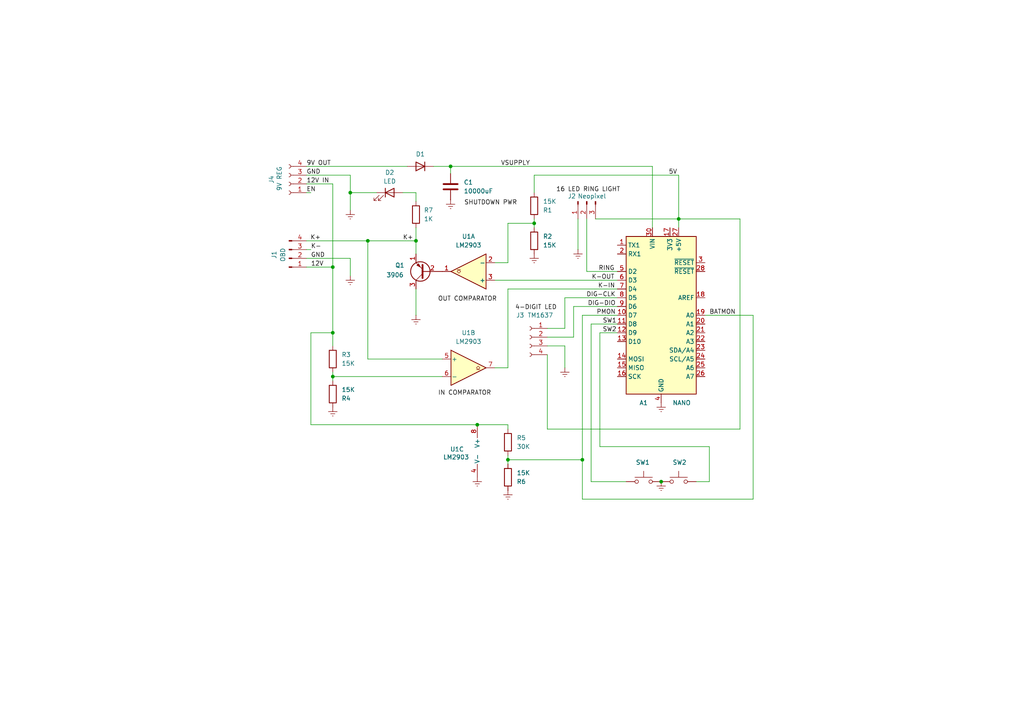
<source format=kicad_sch>
(kicad_sch (version 20231120) (generator "eeschema") (generator_version "8.0")
  (paper "A4")
  (lib_symbols
    (symbol "Comparator:LM2903" (pin_names (offset 0.127))
      (property "Reference" "U" (at 3.81 3.81 0))
      (property "Value" "LM2903" (at 6.35 -3.81 0))
      (symbol "LM2903_1_1"
        (polyline (pts (xy -5.08 5.08) (xy 5.08 0) (xy -5.08 -5.08) (xy -5.08 5.08)) (stroke (width 0.254)) (fill (type background)))
        (polyline (pts (xy 3.302 -0.508) (xy 2.794 -0.508) (xy 3.302 0) (xy 2.794 0.508) (xy 2.286 0) (xy 2.794 -0.508) (xy 2.286 -0.508)) (stroke (width 0.127)))
        (pin open_collector line (at 7.62 0 180) (length 2.54) (name "~") (number "1"))
        (pin input line (at -7.62 -2.54 0) (length 2.54) (name "-") (number "2"))
        (pin input line (at -7.62 2.54 0) (length 2.54) (name "+") (number "3"))
      )
      (symbol "LM2903_2_1"
        (polyline (pts (xy -5.08 5.08) (xy 5.08 0) (xy -5.08 -5.08) (xy -5.08 5.08)) (stroke (width 0.254)) (fill (type background)))
        (polyline (pts (xy 3.302 -0.508) (xy 2.794 -0.508) (xy 3.302 0) (xy 2.794 0.508) (xy 2.286 0) (xy 2.794 -0.508) (xy 2.286 -0.508)) (stroke (width 0.127)))
        (pin input line (at -7.62 2.54 0) (length 2.54) (name "+") (number "5"))
        (pin input line (at -7.62 -2.54 0) (length 2.54) (name "-") (number "6"))
        (pin open_collector line (at 7.62 0 180) (length 2.54) (name "~") (number "7"))
      )
      (symbol "LM2903_3_1"
        (pin power_in line (at -2.54 -7.62 90) (length 3.81) (name "V-") (number "4"))
        (pin power_in line (at -2.54 7.62 270) (length 3.81) (name "V+") (number "8"))
      )
    )
    (symbol "Connector:Conn_01x03_Pin" (pin_names (offset 1.016) hide)
      (property "Reference" "J" (at 0 5.08 0))
      (property "Value" "Conn_01x03_Pin" (at 0 -5.08 0))
      (symbol "Conn_01x03_Pin_1_1"
        (polyline (pts (xy 1.27 -2.54) (xy 0.8636 -2.54)) (stroke (width 0.1524)))
        (polyline (pts (xy 1.27 0) (xy 0.8636 0)) (stroke (width 0.1524)))
        (polyline (pts (xy 1.27 2.54) (xy 0.8636 2.54)) (stroke (width 0.1524)))
        (rectangle (start 0.8636 -2.413) (end 0 -2.667) (stroke (width 0.1524)) (fill (type outline)))
        (rectangle (start 0.8636 0.127) (end 0 -0.127) (stroke (width 0.1524)) (fill (type outline)))
        (rectangle (start 0.8636 2.667) (end 0 2.413) (stroke (width 0.1524)) (fill (type outline)))
        (pin passive line (at 5.08 2.54 180) (length 3.81) (name "Pin_1") (number "1"))
        (pin passive line (at 5.08 0 180) (length 3.81) (name "Pin_2") (number "2"))
        (pin passive line (at 5.08 -2.54 180) (length 3.81) (name "Pin_3") (number "3"))
      )
    )
    (symbol "Connector:Conn_01x04_Pin" (pin_names (offset 1.016) hide)
      (property "Reference" "J" (at 0 5.08 0))
      (property "Value" "Conn_01x04_Pin" (at 0 -7.62 0))
      (symbol "Conn_01x04_Pin_1_1"
        (polyline (pts (xy 1.27 -5.08) (xy 0.8636 -5.08)) (stroke (width 0.1524)))
        (polyline (pts (xy 1.27 -2.54) (xy 0.8636 -2.54)) (stroke (width 0.1524)))
        (polyline (pts (xy 1.27 0) (xy 0.8636 0)) (stroke (width 0.1524)))
        (polyline (pts (xy 1.27 2.54) (xy 0.8636 2.54)) (stroke (width 0.1524)))
        (rectangle (start 0.8636 -4.953) (end 0 -5.207) (stroke (width 0.1524)) (fill (type outline)))
        (rectangle (start 0.8636 -2.413) (end 0 -2.667) (stroke (width 0.1524)) (fill (type outline)))
        (rectangle (start 0.8636 0.127) (end 0 -0.127) (stroke (width 0.1524)) (fill (type outline)))
        (rectangle (start 0.8636 2.667) (end 0 2.413) (stroke (width 0.1524)) (fill (type outline)))
        (pin passive line (at 5.08 2.54 180) (length 3.81) (name "Pin_1") (number "1"))
        (pin passive line (at 5.08 0 180) (length 3.81) (name "Pin_2") (number "2"))
        (pin passive line (at 5.08 -2.54 180) (length 3.81) (name "Pin_3") (number "3"))
        (pin passive line (at 5.08 -5.08 180) (length 3.81) (name "Pin_4") (number "4"))
      )
    )
    (symbol "Connector:Conn_01x04_Socket" (pin_names (offset 1.016) hide)
      (property "Reference" "J" (at 0 5.08 0))
      (property "Value" "Conn_01x04_Socket" (at 0 -7.62 0))
      (symbol "Conn_01x04_Socket_1_1"
        (arc (start 0 -4.572) (mid -0.5058 -5.08) (end 0 -5.588) (stroke (width 0.1524)))
        (arc (start 0 -2.032) (mid -0.5058 -2.54) (end 0 -3.048) (stroke (width 0.1524)))
        (polyline (pts (xy -1.27 -5.08) (xy -0.508 -5.08)) (stroke (width 0.1524)))
        (polyline (pts (xy -1.27 -2.54) (xy -0.508 -2.54)) (stroke (width 0.1524)))
        (polyline (pts (xy -1.27 0) (xy -0.508 0)) (stroke (width 0.1524)))
        (polyline (pts (xy -1.27 2.54) (xy -0.508 2.54)) (stroke (width 0.1524)))
        (arc (start 0 0.508) (mid -0.5058 0) (end 0 -0.508) (stroke (width 0.1524)))
        (arc (start 0 3.048) (mid -0.5058 2.54) (end 0 2.032) (stroke (width 0.1524)))
        (pin passive line (at -5.08 2.54 0) (length 3.81) (name "Pin_1") (number "1"))
        (pin passive line (at -5.08 0 0) (length 3.81) (name "Pin_2") (number "2"))
        (pin passive line (at -5.08 -2.54 0) (length 3.81) (name "Pin_3") (number "3"))
        (pin passive line (at -5.08 -5.08 0) (length 3.81) (name "Pin_4") (number "4"))
      )
    )
    (symbol "Device:C" (pin_numbers hide) (pin_names (offset 0.254))
      (property "Reference" "C" (at 0.635 2.54 0))
      (property "Value" "C" (at 0.635 -2.54 0))
      (symbol "C_0_1"
        (polyline (pts (xy -2.032 -0.762) (xy 2.032 -0.762)) (stroke (width 0.508)))
        (polyline (pts (xy -2.032 0.762) (xy 2.032 0.762)) (stroke (width 0.508)))
      )
      (symbol "C_1_1"
        (pin passive line (at 0 3.81 270) (length 2.794) (name "~") (number "1"))
        (pin passive line (at 0 -3.81 90) (length 2.794) (name "~") (number "2"))
      )
    )
    (symbol "Device:D" (pin_numbers hide) (pin_names (offset 1.016) hide)
      (property "Reference" "D" (at 0 2.54 0))
      (property "Value" "D" (at 0 -2.54 0))
      (symbol "D_0_1"
        (polyline (pts (xy -1.27 1.27) (xy -1.27 -1.27)) (stroke (width 0.254)))
        (polyline (pts (xy 1.27 0) (xy -1.27 0)))
        (polyline (pts (xy 1.27 1.27) (xy 1.27 -1.27) (xy -1.27 0) (xy 1.27 1.27)) (stroke (width 0.254)))
      )
      (symbol "D_1_1"
        (pin passive line (at -3.81 0 0) (length 2.54) (name "K") (number "1"))
        (pin passive line (at 3.81 0 180) (length 2.54) (name "A") (number "2"))
      )
    )
    (symbol "Device:LED" (pin_numbers hide) (pin_names (offset 1.016) hide)
      (property "Reference" "D" (at 0 2.54 0))
      (property "Value" "LED" (at 0 -2.54 0))
      (symbol "LED_0_1"
        (polyline (pts (xy -1.27 -1.27) (xy -1.27 1.27)) (stroke (width 0.254)))
        (polyline (pts (xy -1.27 0) (xy 1.27 0)))
        (polyline (pts (xy 1.27 -1.27) (xy 1.27 1.27) (xy -1.27 0) (xy 1.27 -1.27)) (stroke (width 0.254)))
        (polyline (pts (xy -3.048 -0.762) (xy -4.572 -2.286) (xy -3.81 -2.286) (xy -4.572 -2.286) (xy -4.572 -1.524)))
        (polyline (pts (xy -1.778 -0.762) (xy -3.302 -2.286) (xy -2.54 -2.286) (xy -3.302 -2.286) (xy -3.302 -1.524)))
      )
      (symbol "LED_1_1"
        (pin passive line (at -3.81 0 0) (length 2.54) (name "K") (number "1"))
        (pin passive line (at 3.81 0 180) (length 2.54) (name "A") (number "2"))
      )
    )
    (symbol "Device:R" (pin_numbers hide) (pin_names (offset 0))
      (property "Reference" "R" (at 2.032 0 90))
      (property "Value" "R" (at 0 0 90))
      (symbol "R_0_1"
        (rectangle (start -1.016 -2.54) (end 1.016 2.54) (stroke (width 0.254)))
      )
      (symbol "R_1_1"
        (pin passive line (at 0 3.81 270) (length 1.27) (name "~") (number "1"))
        (pin passive line (at 0 -3.81 90) (length 1.27) (name "~") (number "2"))
      )
    )
    (symbol "MCU_Module:Arduino_Nano_Every"
      (property "Reference" "A" (at -10.16 23.495 0))
      (property "Value" "Arduino_Nano_Every" (at 5.08 -24.13 0))
      (symbol "Arduino_Nano_Every_0_1"
        (rectangle (start -10.16 22.86) (end 10.16 -22.86) (stroke (width 0.254)) (fill (type background)))
      )
      (symbol "Arduino_Nano_Every_1_1"
        (pin bidirectional line (at -12.7 20.32 0) (length 2.54) (name "TX1") (number "1"))
        (pin bidirectional line (at -12.7 0 0) (length 2.54) (name "D7") (number "10"))
        (pin bidirectional line (at -12.7 -2.54 0) (length 2.54) (name "D8") (number "11"))
        (pin bidirectional line (at -12.7 -5.08 0) (length 2.54) (name "D9") (number "12"))
        (pin bidirectional line (at -12.7 -7.62 0) (length 2.54) (name "D10") (number "13"))
        (pin bidirectional line (at -12.7 -12.7 0) (length 2.54) (name "MOSI") (number "14"))
        (pin bidirectional line (at -12.7 -15.24 0) (length 2.54) (name "MISO") (number "15"))
        (pin bidirectional line (at -12.7 -17.78 0) (length 2.54) (name "SCK") (number "16"))
        (pin power_out line (at 2.54 25.4 270) (length 2.54) (name "3V3") (number "17"))
        (pin input line (at 12.7 5.08 180) (length 2.54) (name "AREF") (number "18"))
        (pin bidirectional line (at 12.7 0 180) (length 2.54) (name "A0") (number "19"))
        (pin bidirectional line (at -12.7 17.78 0) (length 2.54) (name "RX1") (number "2"))
        (pin bidirectional line (at 12.7 -2.54 180) (length 2.54) (name "A1") (number "20"))
        (pin bidirectional line (at 12.7 -5.08 180) (length 2.54) (name "A2") (number "21"))
        (pin bidirectional line (at 12.7 -7.62 180) (length 2.54) (name "A3") (number "22"))
        (pin bidirectional line (at 12.7 -10.16 180) (length 2.54) (name "SDA/A4") (number "23"))
        (pin bidirectional line (at 12.7 -12.7 180) (length 2.54) (name "SCL/A5") (number "24"))
        (pin bidirectional line (at 12.7 -15.24 180) (length 2.54) (name "A6") (number "25"))
        (pin bidirectional line (at 12.7 -17.78 180) (length 2.54) (name "A7") (number "26"))
        (pin power_out line (at 5.08 25.4 270) (length 2.54) (name "+5V") (number "27"))
        (pin input line (at 12.7 12.7 180) (length 2.54) (name "~{RESET}") (number "28"))
        (pin passive line (at 0 -25.4 90) (length 2.54) hide (name "GND") (number "29"))
        (pin input line (at 12.7 15.24 180) (length 2.54) (name "~{RESET}") (number "3"))
        (pin power_in line (at -2.54 25.4 270) (length 2.54) (name "VIN") (number "30"))
        (pin power_in line (at 0 -25.4 90) (length 2.54) (name "GND") (number "4"))
        (pin bidirectional line (at -12.7 12.7 0) (length 2.54) (name "D2") (number "5"))
        (pin bidirectional line (at -12.7 10.16 0) (length 2.54) (name "D3") (number "6"))
        (pin bidirectional line (at -12.7 7.62 0) (length 2.54) (name "D4") (number "7"))
        (pin bidirectional line (at -12.7 5.08 0) (length 2.54) (name "D5") (number "8"))
        (pin bidirectional line (at -12.7 2.54 0) (length 2.54) (name "D6") (number "9"))
      )
    )
    (symbol "Switch:SW_Push" (pin_numbers hide) (pin_names (offset 1.016) hide)
      (property "Reference" "SW" (at 1.27 2.54 0))
      (property "Value" "SW_Push" (at 0 -1.524 0))
      (symbol "SW_Push_0_1"
        (circle (center -2.032 0) (radius 0.508))
        (polyline (pts (xy 0 1.27) (xy 0 3.048)))
        (polyline (pts (xy 2.54 1.27) (xy -2.54 1.27)))
        (circle (center 2.032 0) (radius 0.508))
        (pin passive line (at -5.08 0 0) (length 2.54) (name "1") (number "1"))
        (pin passive line (at 5.08 0 180) (length 2.54) (name "2") (number "2"))
      )
    )
    (symbol "Transistor_BJT:2N3906" (pin_names (offset 0) hide)
      (property "Reference" "Q" (at 5.08 1.905 0))
      (property "Value" "2N3906" (at 5.08 0 0))
      (symbol "2N3906_0_1"
        (polyline (pts (xy 0.635 0.635) (xy 2.54 2.54)))
        (polyline (pts (xy 0.635 -0.635) (xy 2.54 -2.54) (xy 2.54 -2.54)))
        (polyline (pts (xy 0.635 1.905) (xy 0.635 -1.905) (xy 0.635 -1.905)) (stroke (width 0.508)))
        (polyline (pts (xy 2.286 -1.778) (xy 1.778 -2.286) (xy 1.27 -1.27) (xy 2.286 -1.778) (xy 2.286 -1.778)) (fill (type outline)))
        (circle (center 1.27 0) (radius 2.8194) (stroke (width 0.254)))
      )
      (symbol "2N3906_1_1"
        (pin passive line (at 2.54 -5.08 90) (length 2.54) (name "E") (number "1"))
        (pin input line (at -5.08 0 0) (length 5.715) (name "B") (number "2"))
        (pin passive line (at 2.54 5.08 270) (length 2.54) (name "C") (number "3"))
      )
    )
    (symbol "power:GNDREF" (power) (pin_numbers hide) (pin_names (offset 0) hide)
      (property "Value" "GNDREF" (at 0 -3.81 0))
      (symbol "GNDREF_0_1"
        (polyline (pts (xy -0.635 -1.905) (xy 0.635 -1.905)))
        (polyline (pts (xy -0.127 -2.54) (xy 0.127 -2.54)))
        (polyline (pts (xy 0 -1.27) (xy 0 0)))
        (polyline (pts (xy 1.27 -1.27) (xy -1.27 -1.27)))
      )
      (symbol "GNDREF_1_1"
        (pin power_in line (at 0 0 270) (length 0) (name "~") (number "1"))
      )
    )
  )
  (junction (at 130.686 48.26))
  (junction (at 96.52 109.22))
  (junction (at 196.85 63.5))
  (junction (at 168.91 133.35))
  (junction (at 147.32 133.35))
  (junction (at 106.68 69.85))
  (junction (at 154.94 64.77))
  (junction (at 101.6 55.88))
  (junction (at 138.43 123.19))
  (junction (at 96.52 77.47))
  (junction (at 120.65 69.85))
  (junction (at 191.77 139.7))
  (junction (at 96.52 96.52))
  (wire (pts (xy 154.94 63.5) (xy 154.94 64.77)))
  (wire (pts (xy 196.85 63.5) (xy 196.85 50.8)))
  (wire (pts (xy 168.91 91.44) (xy 179.07 91.44)))
  (wire (pts (xy 138.43 123.19) (xy 147.32 123.19)))
  (wire (pts (xy 168.91 144.78) (xy 218.44 144.78)))
  (wire (pts (xy 88.9 74.93) (xy 101.6 74.93)))
  (wire (pts (xy 120.65 69.85) (xy 120.65 73.66)))
  (wire (pts (xy 125.73 48.26) (xy 130.686 48.26)))
  (wire (pts (xy 214.63 63.5) (xy 214.63 124.46)))
  (wire (pts (xy 163.83 86.36) (xy 179.07 86.36)))
  (wire (pts (xy 168.91 133.35) (xy 147.32 133.35)))
  (wire (pts (xy 154.94 66.04) (xy 154.94 64.77)))
  (wire (pts (xy 147.32 106.68) (xy 147.32 83.82)))
  (wire (pts (xy 88.9 77.47) (xy 96.52 77.47)))
  (wire (pts (xy 189.23 66.04) (xy 189.23 48.26)))
  (wire (pts (xy 196.85 50.8) (xy 154.94 50.8)))
  (wire (pts (xy 166.37 88.9) (xy 179.07 88.9)))
  (wire (pts (xy 147.32 83.82) (xy 179.07 83.82)))
  (wire (pts (xy 147.32 64.77) (xy 147.32 76.2)))
  (wire (pts (xy 96.52 96.52) (xy 96.52 100.33)))
  (wire (pts (xy 218.44 144.78) (xy 218.44 91.44)))
  (wire (pts (xy 116.84 55.88) (xy 120.65 55.88)))
  (wire (pts (xy 205.74 129.54) (xy 205.74 139.7)))
  (wire (pts (xy 168.91 133.35) (xy 168.91 144.78)))
  (wire (pts (xy 120.65 55.88) (xy 120.65 58.42)))
  (wire (pts (xy 90.17 123.19) (xy 138.43 123.19)))
  (wire (pts (xy 173.99 129.54) (xy 205.74 129.54)))
  (wire (pts (xy 158.75 95.25) (xy 163.83 95.25)))
  (wire (pts (xy 106.68 69.85) (xy 120.65 69.85)))
  (wire (pts (xy 196.85 63.5) (xy 196.85 66.04)))
  (wire (pts (xy 170.18 63.5) (xy 170.18 78.74)))
  (wire (pts (xy 163.83 100.33) (xy 163.83 106.68)))
  (wire (pts (xy 179.07 93.98) (xy 171.45 93.98)))
  (wire (pts (xy 106.68 69.85) (xy 106.68 104.14)))
  (wire (pts (xy 96.52 77.47) (xy 96.52 96.52)))
  (wire (pts (xy 128.27 104.14) (xy 106.68 104.14)))
  (wire (pts (xy 172.72 63.5) (xy 196.85 63.5)))
  (wire (pts (xy 158.75 102.87) (xy 158.75 124.46)))
  (wire (pts (xy 96.52 53.34) (xy 96.52 77.47)))
  (wire (pts (xy 96.52 110.49) (xy 96.52 109.22)))
  (wire (pts (xy 90.17 96.52) (xy 90.17 123.19)))
  (wire (pts (xy 101.6 55.88) (xy 101.6 60.96)))
  (wire (pts (xy 143.51 76.2) (xy 147.32 76.2)))
  (wire (pts (xy 147.32 134.62) (xy 147.32 133.35)))
  (wire (pts (xy 168.91 91.44) (xy 168.91 133.35)))
  (wire (pts (xy 130.686 50.3414) (xy 130.686 48.26)))
  (wire (pts (xy 88.9 72.39) (xy 90.17 72.39)))
  (wire (pts (xy 163.83 86.36) (xy 163.83 95.25)))
  (wire (pts (xy 101.6 50.8) (xy 101.6 55.88)))
  (wire (pts (xy 143.51 81.28) (xy 179.07 81.28)))
  (wire (pts (xy 88.9 48.26) (xy 118.11 48.26)))
  (wire (pts (xy 147.32 132.08) (xy 147.32 133.35)))
  (wire (pts (xy 88.9 69.85) (xy 106.68 69.85)))
  (wire (pts (xy 158.75 100.33) (xy 163.83 100.33)))
  (wire (pts (xy 173.99 96.52) (xy 179.07 96.52)))
  (wire (pts (xy 88.9 50.8) (xy 101.6 50.8)))
  (wire (pts (xy 120.65 83.82) (xy 120.65 91.44)))
  (wire (pts (xy 166.37 88.9) (xy 166.37 97.79)))
  (wire (pts (xy 88.9 53.34) (xy 96.52 53.34)))
  (wire (pts (xy 143.51 106.68) (xy 147.32 106.68)))
  (wire (pts (xy 101.6 55.88) (xy 109.22 55.88)))
  (wire (pts (xy 201.93 139.7) (xy 205.74 139.7)))
  (wire (pts (xy 96.52 107.95) (xy 96.52 109.22)))
  (wire (pts (xy 101.6 74.93) (xy 101.6 80.01)))
  (wire (pts (xy 147.32 123.19) (xy 147.32 124.46)))
  (wire (pts (xy 173.99 96.52) (xy 173.99 129.54)))
  (wire (pts (xy 147.32 64.77) (xy 154.94 64.77)))
  (wire (pts (xy 171.45 139.7) (xy 181.61 139.7)))
  (wire (pts (xy 214.63 124.46) (xy 158.75 124.46)))
  (wire (pts (xy 196.85 63.5) (xy 214.63 63.5)))
  (wire (pts (xy 154.94 50.8) (xy 154.94 55.88)))
  (wire (pts (xy 88.9 55.88) (xy 90.17 55.88)))
  (wire (pts (xy 120.65 66.04) (xy 120.65 69.85)))
  (wire (pts (xy 167.64 63.5) (xy 167.64 72.39)))
  (wire (pts (xy 204.47 91.44) (xy 218.44 91.44)))
  (wire (pts (xy 90.17 96.52) (xy 96.52 96.52)))
  (wire (pts (xy 179.07 78.74) (xy 170.18 78.74)))
  (wire (pts (xy 171.45 93.98) (xy 171.45 139.7)))
  (wire (pts (xy 158.75 97.79) (xy 166.37 97.79)))
  (wire (pts (xy 130.686 48.26) (xy 189.23 48.26)))
  (wire (pts (xy 96.52 109.22) (xy 128.27 109.22)))
  (label "K-IN" (at 173.4336 83.82 0))
  (label "PMON" (at 173.0061 91.44 0))
  (label "SW2" (at 174.7726 96.52 0))
  (label "K+" (at 116.84 69.85 0))
  (label "SW1" (at 174.7893 93.98 0))
  (label "16 LED RING LIGHT" (at 161.29 55.88 0))
  (label "DIG-CLK" (at 170.0569 86.36 0))
  (label "K+" (at 90.0171 69.85 0))
  (label "IN COMPARATOR" (at 127.0454 114.8959 0))
  (label "GND" (at 88.9 50.8 0))
  (label "5V" (at 193.9364 50.8 0))
  (label "SHUTDOWN PWR" (at 134.62 59.69 0))
  (label "9V OUT" (at 88.9 48.26 0))
  (label "12V" (at 90.17 77.47 0))
  (label "12V IN" (at 88.9 53.34 0))
  (label "GND" (at 90.17 74.93 0))
  (label "OUT COMPARATOR" (at 127 87.63 0))
  (label "BATMON" (at 205.74 91.44 0))
  (label "VSUPPLY" (at 145.2609 48.26 0))
  (label "4-DIGIT LED" (at 149.3953 90.0791 0))
  (label "K-" (at 90.17 72.39 0))
  (label "RING" (at 173.5867 78.74 0))
  (label "K-OUT" (at 171.5886 81.28 0))
  (label "EN" (at 88.9 55.88 0))
  (label "DIG-DIO" (at 170.4491 88.9 0))
  (symbol (lib_id "power:GNDREF") (at 101.6 80.01 0) (unit 1)
    (property "Reference" "#PWR04" (effects (hide yes)))
    (property "Value" "GNDREF" (effects (hide yes)))
    (property "Description" "Power symbol creates a global label with name \"GNDREF\" , reference supply ground" (effects (hide yes)))
  )
  (symbol (lib_id "Device:LED") (at 113.03 55.88 0) (unit 1)
    (property "Reference" "D2" (at 113.03 50.038 0))
    (property "Value" "LED" (at 113.03 52.578 0))
    (property "Footprint" "LED_THT:LED_D3.0mm" (effects (hide yes)))
  )
  (symbol (lib_id "MCU_Module:Arduino_Nano_Every") (at 191.77 91.44 0) (unit 1)
    (property "Reference" "A1" (at 185.42 116.84 0) (effects (justify left)))
    (property "Value" "NANO" (at 195.072 116.84 0) (effects (justify left)))
    (property "Footprint" "Module:Arduino_Nano" (effects (hide yes)))
  )
  (symbol (lib_id "power:GNDREF") (at 163.83 106.68 0) (unit 1)
    (property "Reference" "#PWR06" (effects (hide yes)))
    (property "Value" "GNDREF" (effects (hide yes)))
    (property "Description" "Power symbol creates a global label with name \"GNDREF\" , reference supply ground" (effects (hide yes)))
  )
  (symbol (lib_id "Comparator:LM2903") (at 135.89 78.74 180) (unit 1)
    (property "Reference" "U1" (at 135.89 68.58 0))
    (property "Value" "LM2903" (at 135.89 71.12 0))
    (property "Footprint" "Package_DIP:DIP-8_W7.62mm_Socket_LongPads" (effects (hide yes)))
  )
  (symbol (lib_id "Transistor_BJT:2N3906") (at 123.19 78.74 180) (unit 1)
    (property "Reference" "Q1" (at 117.348 76.962 0) (effects (justify left)))
    (property "Value" "3906" (at 117.094 79.7561 0) (effects (justify left)))
    (property "Footprint" "Package_TO_SOT_THT:TO-92" (effects (hide yes)))
  )
  (symbol (lib_id "power:GNDREF") (at 154.94 73.66 0) (unit 1)
    (property "Reference" "#PWR01" (effects (hide yes)))
    (property "Value" "GNDREF" (effects (hide yes)))
    (property "Description" "Power symbol creates a global label with name \"GNDREF\" , reference supply ground" (effects (hide yes)))
  )
  (symbol (lib_id "power:GNDREF") (at 138.43 138.43 0) (unit 1)
    (property "Reference" "#PWR010" (effects (hide yes)))
    (property "Value" "GNDREF" (effects (hide yes)))
    (property "Description" "Power symbol creates a global label with name \"GNDREF\" , reference supply ground" (effects (hide yes)))
  )
  (symbol (lib_id "Connector:Conn_01x04_Socket") (at 83.82 53.34 180) (unit 1)
    (property "Reference" "J4" (at 78.74 52.07 90))
    (property "Value" "9V REG" (at 81.026 51.816 90))
    (property "Footprint" "Connector_PinHeader_2.54mm:PinHeader_1x04_P2.54mm_Vertical" (effects (hide yes)))
  )
  (symbol (lib_id "power:GNDREF") (at 191.77 116.84 0) (unit 1)
    (property "Reference" "#PWR07" (effects (hide yes)))
    (property "Value" "GNDREF" (effects (hide yes)))
    (property "Description" "Power symbol creates a global label with name \"GNDREF\" , reference supply ground" (effects (hide yes)))
  )
  (symbol (lib_id "Device:R") (at 120.65 62.23 180) (unit 1)
    (property "Reference" "R7" (at 122.936 60.96 0) (effects (justify right)))
    (property "Value" "1K" (at 122.936 63.5 0) (effects (justify right)))
    (property "Footprint" "Resistor_THT:R_Axial_DIN0204_L3.6mm_D1.6mm_P7.62mm_Horizontal" (effects (hide yes)))
  )
  (symbol (lib_id "Connector:Conn_01x03_Pin") (at 170.18 58.42 90) (mirror x) (unit 1)
    (property "Reference" "J2" (at 165.862 56.896 90))
    (property "Value" "Neopixel" (at 171.704 56.896 90))
    (property "Footprint" "Connector_PinHeader_2.54mm:PinHeader_1x03_P2.54mm_Vertical" (effects (hide yes)))
  )
  (symbol (lib_id "Device:C") (at 130.686 54.1514 0) (unit 1)
    (property "Reference" "C1" (at 134.496 52.8813 0) (effects (justify left)))
    (property "Value" "10000uF" (at 134.496 55.4213 0) (effects (justify left)))
    (property "Footprint" "Capacitor_THT:CP_Radial_D8.0mm_P5.00mm" (effects (hide yes)))
  )
  (symbol (lib_id "power:GNDREF") (at 167.64 72.39 0) (unit 1)
    (property "Reference" "#PWR05" (effects (hide yes)))
    (property "Value" "GNDREF" (effects (hide yes)))
    (property "Description" "Power symbol creates a global label with name \"GNDREF\" , reference supply ground" (effects (hide yes)))
  )
  (symbol (lib_id "Device:R") (at 147.32 138.43 0) (mirror x) (unit 1)
    (property "Reference" "R6" (at 149.86 139.7001 0) (effects (justify left)))
    (property "Value" "15K" (at 149.86 137.1601 0) (effects (justify left)))
    (property "Footprint" "Resistor_THT:R_Axial_DIN0204_L3.6mm_D1.6mm_P7.62mm_Horizontal" (effects (hide yes)))
  )
  (symbol (lib_id "power:GNDREF") (at 191.77 139.7 0) (unit 1)
    (property "Reference" "#PWR09" (effects (hide yes)))
    (property "Value" "GNDREF" (effects (hide yes)))
    (property "Description" "Power symbol creates a global label with name \"GNDREF\" , reference supply ground" (effects (hide yes)))
  )
  (symbol (lib_id "power:GNDREF") (at 130.686 57.9614 0) (unit 1)
    (property "Reference" "#PWR012" (effects (hide yes)))
    (property "Value" "GNDREF" (effects (hide yes)))
    (property "Description" "Power symbol creates a global label with name \"GNDREF\" , reference supply ground" (effects (hide yes)))
  )
  (symbol (lib_id "Switch:SW_Push") (at 196.85 139.7 0) (unit 1)
    (property "Reference" "SW2" (at 197.104 134.112 0))
    (property "Value" "SW2" (effects (hide yes)))
    (property "Footprint" "Button_Switch_THT:SW_PUSH_6mm_H8.5mm" (effects (hide yes)))
  )
  (symbol (lib_id "Device:R") (at 154.94 69.85 0) (unit 1)
    (property "Reference" "R2" (at 157.48 68.5799 0) (effects (justify left)))
    (property "Value" "15K" (at 157.48 71.1199 0) (effects (justify left)))
    (property "Footprint" "Resistor_THT:R_Axial_DIN0204_L3.6mm_D1.6mm_P7.62mm_Horizontal" (effects (hide yes)))
  )
  (symbol (lib_id "Device:R") (at 147.32 128.27 0) (unit 1)
    (property "Reference" "R5" (at 149.86 126.9999 0) (effects (justify left)))
    (property "Value" "30K" (at 149.86 129.5399 0) (effects (justify left)))
    (property "Footprint" "Resistor_THT:R_Axial_DIN0204_L3.6mm_D1.6mm_P7.62mm_Horizontal" (effects (hide yes)))
  )
  (symbol (lib_id "power:GNDREF") (at 120.65 91.44 0) (unit 1)
    (property "Reference" "#PWR03" (effects (hide yes)))
    (property "Value" "GNDREF" (effects (hide yes)))
    (property "Description" "Power symbol creates a global label with name \"GNDREF\" , reference supply ground" (effects (hide yes)))
  )
  (symbol (lib_id "power:GNDREF") (at 101.6 60.96 0) (unit 1)
    (property "Reference" "#PWR011" (effects (hide yes)))
    (property "Value" "GNDREF" (effects (hide yes)))
    (property "Description" "Power symbol creates a global label with name \"GNDREF\" , reference supply ground" (effects (hide yes)))
  )
  (symbol (lib_id "Device:D") (at 121.92 48.26 180) (unit 1)
    (property "Reference" "D1" (at 121.92 44.704 0))
    (property "Value" "Diode" (effects (hide yes)))
    (property "Footprint" "Diode_THT:D_DO-35_SOD27_P12.70mm_Horizontal" (effects (hide yes)))
    (property "Sim.Pins" "1=K 2=A" (effects (hide yes)))
  )
  (symbol (lib_id "Device:R") (at 96.52 114.3 0) (mirror x) (unit 1)
    (property "Reference" "R4" (at 99.06 115.5701 0) (effects (justify left)))
    (property "Value" "15K" (at 99.06 113.0301 0) (effects (justify left)))
    (property "Footprint" "Resistor_THT:R_Axial_DIN0204_L3.6mm_D1.6mm_P7.62mm_Horizontal" (effects (hide yes)))
  )
  (symbol (lib_id "Comparator:LM2903") (at 140.97 130.81 0) (unit 3)
    (property "Reference" "U1" (at 130.556 130.302 0) (effects (justify left)))
    (property "Value" "LM2903" (at 128.524 132.588 0) (effects (justify left)))
    (property "Footprint" "Package_DIP:DIP-8_W7.62mm_Socket_LongPads" (effects (hide yes)))
  )
  (symbol (lib_id "Connector:Conn_01x04_Pin") (at 83.82 74.93 0) (mirror x) (unit 1)
    (property "Reference" "J1" (at 79.502 73.914 90))
    (property "Value" "OBD" (at 82.042 73.914 90))
    (property "Footprint" "Connector_PinHeader_2.54mm:PinHeader_1x04_P2.54mm_Vertical" (effects (hide yes)))
  )
  (symbol (lib_id "power:GNDREF") (at 96.52 118.11 0) (unit 1)
    (property "Reference" "#PWR02" (effects (hide yes)))
    (property "Value" "GNDREF" (effects (hide yes)))
    (property "Description" "Power symbol creates a global label with name \"GNDREF\" , reference supply ground" (effects (hide yes)))
  )
  (symbol (lib_id "power:GNDREF") (at 147.32 142.24 0) (unit 1)
    (property "Reference" "#PWR08" (effects (hide yes)))
    (property "Value" "GNDREF" (effects (hide yes)))
    (property "Description" "Power symbol creates a global label with name \"GNDREF\" , reference supply ground" (effects (hide yes)))
  )
  (symbol (lib_id "Comparator:LM2903") (at 135.89 106.68 0) (unit 2)
    (property "Reference" "U1" (at 135.89 96.52 0))
    (property "Value" "LM2903" (at 135.89 99.06 0))
    (property "Footprint" "Package_DIP:DIP-8_W7.62mm_Socket_LongPads" (effects (hide yes)))
  )
  (symbol (lib_id "Switch:SW_Push") (at 186.69 139.7 0) (mirror y) (unit 1)
    (property "Reference" "SW1" (at 186.436 134.112 0))
    (property "Value" "SW1" (effects (hide yes)))
    (property "Footprint" "Button_Switch_THT:SW_PUSH_6mm_H8.5mm" (effects (hide yes)))
  )
  (symbol (lib_id "Device:R") (at 154.94 59.69 0) (mirror x) (unit 1)
    (property "Reference" "R1" (at 157.48 60.9601 0) (effects (justify left)))
    (property "Value" "15K" (at 157.48 58.4201 0) (effects (justify left)))
    (property "Footprint" "Resistor_THT:R_Axial_DIN0204_L3.6mm_D1.6mm_P7.62mm_Horizontal" (effects (hide yes)))
  )
  (symbol (lib_id "Device:R") (at 96.52 104.14 0) (unit 1)
    (property "Reference" "R3" (at 99.06 102.8699 0) (effects (justify left)))
    (property "Value" "15K" (at 99.06 105.4099 0) (effects (justify left)))
    (property "Footprint" "Resistor_THT:R_Axial_DIN0204_L3.6mm_D1.6mm_P7.62mm_Horizontal" (effects (hide yes)))
  )
  (symbol (lib_id "Connector:Conn_01x04_Socket") (at 153.67 97.79 0) (mirror y) (unit 1)
    (property "Reference" "J3" (at 150.876 91.44 0))
    (property "Value" "TM1637" (at 156.718 91.44 0))
    (property "Footprint" "Connector_PinHeader_2.54mm:PinHeader_1x04_P2.54mm_Vertical" (effects (hide yes)))
  )
)
</source>
